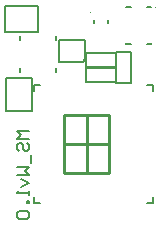
<source format=gbo>
G04 Layer_Color=13813960*
%FSLAX25Y25*%
%MOIN*%
G70*
G01*
G75*
%ADD10C,0.00600*%
%ADD24C,0.01000*%
%ADD62C,0.00787*%
%ADD104C,0.00394*%
D10*
X108400Y124900D02*
X104401D01*
X105734Y123567D01*
X104401Y122234D01*
X108400D01*
X105068Y118235D02*
X104401Y118902D01*
Y120235D01*
X105068Y120901D01*
X105734D01*
X106401Y120235D01*
Y118902D01*
X107067Y118235D01*
X107734D01*
X108400Y118902D01*
Y120235D01*
X107734Y120901D01*
X109066Y116902D02*
Y114237D01*
X104401Y112904D02*
X108400D01*
X107067Y111571D01*
X108400Y110238D01*
X104401D01*
X105734Y108905D02*
X108400Y107572D01*
X105734Y106239D01*
X108400Y104906D02*
Y103574D01*
Y104240D01*
X104401D01*
X105068Y104906D01*
X108400Y101574D02*
X107734D01*
Y100908D01*
X108400D01*
Y101574D01*
X105068Y98242D02*
X104401Y97575D01*
Y96242D01*
X105068Y95576D01*
X107734D01*
X108400Y96242D01*
Y97575D01*
X107734Y98242D01*
X105068D01*
D24*
X120303Y110854D02*
Y130146D01*
X135264Y110854D02*
Y130146D01*
X120500Y110854D02*
X135067D01*
X120500Y130146D02*
X135067D01*
X127783Y110854D02*
Y130146D01*
X120500Y120500D02*
X135067D01*
D62*
X147716Y100815D02*
X149685D01*
X110315D02*
X112283D01*
X110315D02*
Y102783D01*
Y138216D02*
Y140185D01*
X112283D01*
X147716D02*
X149685D01*
Y138216D02*
Y140185D01*
Y100815D02*
Y102783D01*
X118445Y147957D02*
Y155043D01*
X127106D01*
Y148744D02*
Y155043D01*
X118445Y147957D02*
X126319D01*
X127106Y148744D01*
X137638Y151118D02*
X142362D01*
X137638Y140882D02*
X142362D01*
X137638D02*
Y151118D01*
X142362Y140882D02*
Y151118D01*
X134783Y160925D02*
X134862D01*
X130138D02*
Y161850D01*
Y160925D02*
X130217D01*
X134862D02*
Y161850D01*
X140866Y153898D02*
X142342D01*
X147657D02*
X149134D01*
X140866Y166102D02*
X142342D01*
X147657D02*
X149134D01*
X140866Y153898D02*
Y153996D01*
Y166004D02*
Y166102D01*
X149134Y153898D02*
Y153996D01*
Y166004D02*
Y166102D01*
X117602Y144398D02*
Y145874D01*
Y155126D02*
Y156602D01*
X105398Y144398D02*
Y145874D01*
Y155126D02*
Y156602D01*
X117504Y144398D02*
X117602D01*
X105398D02*
X105496D01*
X117504Y156602D02*
X117602D01*
X105398D02*
X105496D01*
X100669Y131488D02*
Y142512D01*
X109331D01*
Y131488D02*
Y142512D01*
X100669Y131488D02*
X109331D01*
X127382Y141138D02*
Y145862D01*
X137618Y141138D02*
Y145862D01*
X127382Y141138D02*
X137618D01*
X127382Y145862D02*
X137618D01*
X127382Y146138D02*
Y150862D01*
X137618Y146138D02*
Y150862D01*
X127382Y146138D02*
X137618D01*
X127382Y150862D02*
X137618D01*
X100488Y157669D02*
X111512D01*
X100488D02*
Y166331D01*
X111512D01*
Y157669D02*
Y166331D01*
D104*
X129016Y164429D02*
G03*
X129016Y164429I-197J0D01*
G01*
X150906Y166102D02*
G03*
X150906Y166102I-197J0D01*
G01*
X105594Y158177D02*
G03*
X105594Y158177I-197J0D01*
G01*
M02*

</source>
